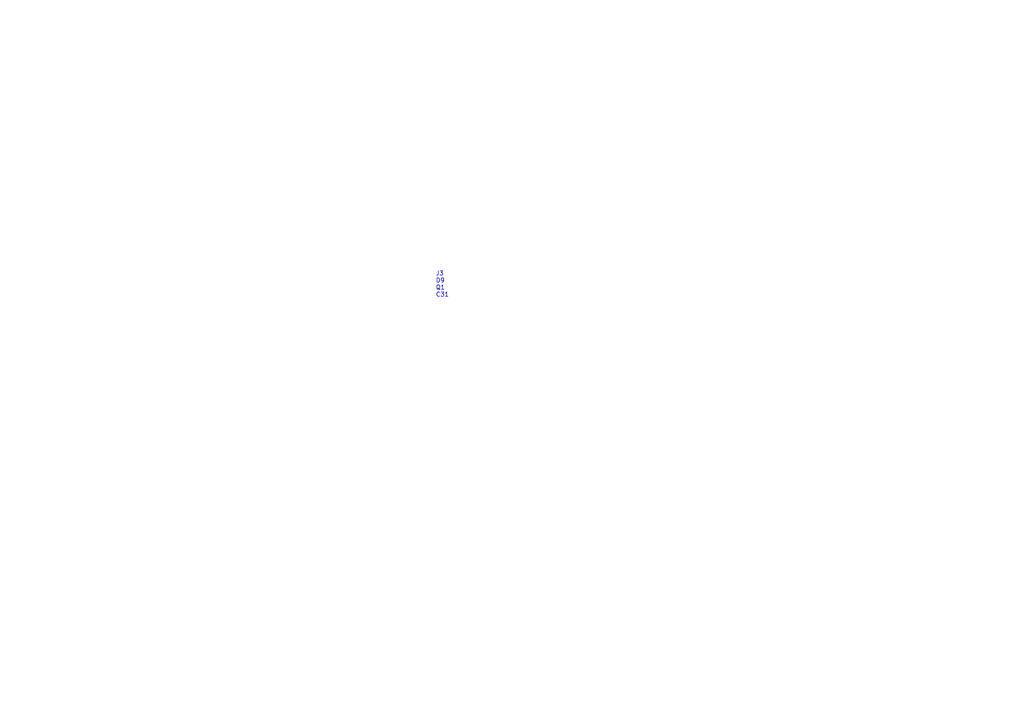
<source format=kicad_sch>
(kicad_sch (version 20211123) (generator eeschema)
  (paper "A4")
  (lib_symbols)
  (text "J3\nD9\nQ1\nC31\n" (at 126.365 86.36 0) (effects (font (size 1.27 1.27)) (justify left bottom)))
)
</source>
